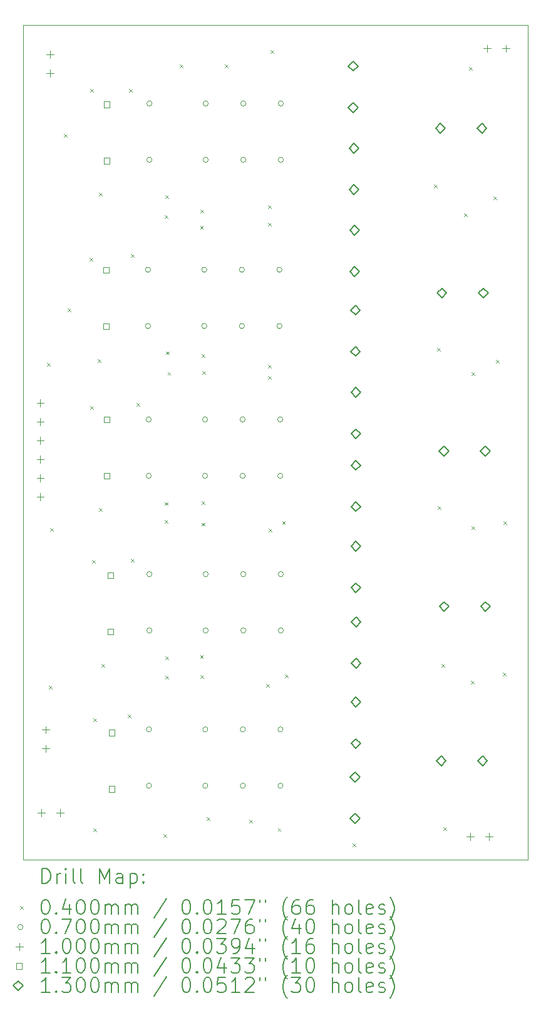
<source format=gbr>
%FSLAX45Y45*%
G04 Gerber Fmt 4.5, Leading zero omitted, Abs format (unit mm)*
G04 Created by KiCad (PCBNEW (6.0.2)) date 2022-11-12 12:22:01*
%MOMM*%
%LPD*%
G01*
G04 APERTURE LIST*
%TA.AperFunction,Profile*%
%ADD10C,0.100000*%
%TD*%
%ADD11C,0.200000*%
%ADD12C,0.040000*%
%ADD13C,0.070000*%
%ADD14C,0.100000*%
%ADD15C,0.110000*%
%ADD16C,0.130000*%
G04 APERTURE END LIST*
D10*
X7910000Y-4000000D02*
X14730000Y-4000000D01*
X14730000Y-4000000D02*
X14730000Y-15300000D01*
X14730000Y-15300000D02*
X7910000Y-15300000D01*
X7910000Y-15300000D02*
X7910000Y-4000000D01*
D11*
D12*
X8232900Y-8574400D02*
X8272900Y-8614400D01*
X8272900Y-8574400D02*
X8232900Y-8614400D01*
X8258300Y-12943200D02*
X8298300Y-12983200D01*
X8298300Y-12943200D02*
X8258300Y-12983200D01*
X8271000Y-10809600D02*
X8311000Y-10849600D01*
X8311000Y-10809600D02*
X8271000Y-10849600D01*
X8461500Y-5475600D02*
X8501500Y-5515600D01*
X8501500Y-5475600D02*
X8461500Y-5515600D01*
X8512300Y-7837800D02*
X8552300Y-7877800D01*
X8552300Y-7837800D02*
X8512300Y-7877800D01*
X8804400Y-7152000D02*
X8844400Y-7192000D01*
X8844400Y-7152000D02*
X8804400Y-7192000D01*
X8817100Y-4866000D02*
X8857100Y-4906000D01*
X8857100Y-4866000D02*
X8817100Y-4906000D01*
X8817100Y-9158600D02*
X8857100Y-9198600D01*
X8857100Y-9158600D02*
X8817100Y-9198600D01*
X8842500Y-11241400D02*
X8882500Y-11281400D01*
X8882500Y-11241400D02*
X8842500Y-11281400D01*
X8855200Y-13387700D02*
X8895200Y-13427700D01*
X8895200Y-13387700D02*
X8855200Y-13427700D01*
X8855200Y-14873600D02*
X8895200Y-14913600D01*
X8895200Y-14873600D02*
X8855200Y-14913600D01*
X8918700Y-8523600D02*
X8958700Y-8563600D01*
X8958700Y-8523600D02*
X8918700Y-8563600D01*
X8931400Y-6275700D02*
X8971400Y-6315700D01*
X8971400Y-6275700D02*
X8931400Y-6315700D01*
X8931400Y-10542900D02*
X8971400Y-10582900D01*
X8971400Y-10542900D02*
X8931400Y-10582900D01*
X8969500Y-12651100D02*
X9009500Y-12691100D01*
X9009500Y-12651100D02*
X8969500Y-12691100D01*
X9325100Y-13336900D02*
X9365100Y-13376900D01*
X9365100Y-13336900D02*
X9325100Y-13376900D01*
X9337800Y-4866000D02*
X9377800Y-4906000D01*
X9377800Y-4866000D02*
X9337800Y-4906000D01*
X9363200Y-7101200D02*
X9403200Y-7141200D01*
X9403200Y-7101200D02*
X9363200Y-7141200D01*
X9363200Y-11228700D02*
X9403200Y-11268700D01*
X9403200Y-11228700D02*
X9363200Y-11268700D01*
X9439400Y-9120500D02*
X9479400Y-9160500D01*
X9479400Y-9120500D02*
X9439400Y-9160500D01*
X9807700Y-14949800D02*
X9847700Y-14989800D01*
X9847700Y-14949800D02*
X9807700Y-14989800D01*
X9820000Y-6580000D02*
X9860000Y-6620000D01*
X9860000Y-6580000D02*
X9820000Y-6620000D01*
X9820000Y-10460000D02*
X9860000Y-10500000D01*
X9860000Y-10460000D02*
X9820000Y-10500000D01*
X9820000Y-10700000D02*
X9860000Y-10740000D01*
X9860000Y-10700000D02*
X9820000Y-10740000D01*
X9830000Y-6310000D02*
X9870000Y-6350000D01*
X9870000Y-6310000D02*
X9830000Y-6350000D01*
X9830000Y-12550000D02*
X9870000Y-12590000D01*
X9870000Y-12550000D02*
X9830000Y-12590000D01*
X9830000Y-12810000D02*
X9870000Y-12850000D01*
X9870000Y-12810000D02*
X9830000Y-12850000D01*
X9840000Y-8420000D02*
X9880000Y-8460000D01*
X9880000Y-8420000D02*
X9840000Y-8460000D01*
X9860000Y-8700000D02*
X9900000Y-8740000D01*
X9900000Y-8700000D02*
X9860000Y-8740000D01*
X10023600Y-4535800D02*
X10063600Y-4575800D01*
X10063600Y-4535800D02*
X10023600Y-4575800D01*
X10300000Y-6720000D02*
X10340000Y-6760000D01*
X10340000Y-6720000D02*
X10300000Y-6760000D01*
X10300000Y-12530000D02*
X10340000Y-12570000D01*
X10340000Y-12530000D02*
X10300000Y-12570000D01*
X10303000Y-6504300D02*
X10343000Y-6544300D01*
X10343000Y-6504300D02*
X10303000Y-6544300D01*
X10303000Y-12803500D02*
X10343000Y-12843500D01*
X10343000Y-12803500D02*
X10303000Y-12843500D01*
X10320000Y-8460000D02*
X10360000Y-8500000D01*
X10360000Y-8460000D02*
X10320000Y-8500000D01*
X10320000Y-10450000D02*
X10360000Y-10490000D01*
X10360000Y-10450000D02*
X10320000Y-10490000D01*
X10320000Y-10740000D02*
X10360000Y-10780000D01*
X10360000Y-10740000D02*
X10320000Y-10780000D01*
X10328400Y-8688700D02*
X10368400Y-8728700D01*
X10368400Y-8688700D02*
X10328400Y-8728700D01*
X10391900Y-14721200D02*
X10431900Y-14761200D01*
X10431900Y-14721200D02*
X10391900Y-14761200D01*
X10633200Y-4535800D02*
X10673200Y-4575800D01*
X10673200Y-4535800D02*
X10633200Y-4575800D01*
X10963400Y-14759300D02*
X11003400Y-14799300D01*
X11003400Y-14759300D02*
X10963400Y-14799300D01*
X11192000Y-12917800D02*
X11232000Y-12957800D01*
X11232000Y-12917800D02*
X11192000Y-12957800D01*
X11217400Y-6440800D02*
X11257400Y-6480800D01*
X11257400Y-6440800D02*
X11217400Y-6480800D01*
X11217400Y-6682100D02*
X11257400Y-6722100D01*
X11257400Y-6682100D02*
X11217400Y-6722100D01*
X11217400Y-8599800D02*
X11257400Y-8639800D01*
X11257400Y-8599800D02*
X11217400Y-8639800D01*
X11217400Y-8752200D02*
X11257400Y-8792200D01*
X11257400Y-8752200D02*
X11217400Y-8792200D01*
X11230100Y-10822300D02*
X11270100Y-10862300D01*
X11270100Y-10822300D02*
X11230100Y-10862300D01*
X11255500Y-4345300D02*
X11295500Y-4385300D01*
X11295500Y-4345300D02*
X11255500Y-4385300D01*
X11350000Y-14870000D02*
X11390000Y-14910000D01*
X11390000Y-14870000D02*
X11350000Y-14910000D01*
X11410000Y-10720000D02*
X11450000Y-10760000D01*
X11450000Y-10720000D02*
X11410000Y-10760000D01*
X11450000Y-12790000D02*
X11490000Y-12830000D01*
X11490000Y-12790000D02*
X11450000Y-12830000D01*
X12360400Y-15076800D02*
X12400400Y-15116800D01*
X12400400Y-15076800D02*
X12360400Y-15116800D01*
X13465300Y-6161400D02*
X13505300Y-6201400D01*
X13505300Y-6161400D02*
X13465300Y-6201400D01*
X13503400Y-8371200D02*
X13543400Y-8411200D01*
X13543400Y-8371200D02*
X13503400Y-8411200D01*
X13516100Y-10517500D02*
X13556100Y-10557500D01*
X13556100Y-10517500D02*
X13516100Y-10557500D01*
X13566900Y-12651100D02*
X13606900Y-12691100D01*
X13606900Y-12651100D02*
X13566900Y-12691100D01*
X13592300Y-14860900D02*
X13632300Y-14900900D01*
X13632300Y-14860900D02*
X13592300Y-14900900D01*
X13871700Y-6555100D02*
X13911700Y-6595100D01*
X13911700Y-6555100D02*
X13871700Y-6595100D01*
X13935200Y-4573900D02*
X13975200Y-4613900D01*
X13975200Y-4573900D02*
X13935200Y-4613900D01*
X13960600Y-12879700D02*
X14000600Y-12919700D01*
X14000600Y-12879700D02*
X13960600Y-12919700D01*
X13973300Y-8701400D02*
X14013300Y-8741400D01*
X14013300Y-8701400D02*
X13973300Y-8741400D01*
X13973300Y-10784200D02*
X14013300Y-10824200D01*
X14013300Y-10784200D02*
X13973300Y-10824200D01*
X14265400Y-6326500D02*
X14305400Y-6366500D01*
X14305400Y-6326500D02*
X14265400Y-6366500D01*
X14303500Y-8536300D02*
X14343500Y-8576300D01*
X14343500Y-8536300D02*
X14303500Y-8576300D01*
X14392400Y-12765400D02*
X14432400Y-12805400D01*
X14432400Y-12765400D02*
X14392400Y-12805400D01*
X14405100Y-10720700D02*
X14445100Y-10760700D01*
X14445100Y-10720700D02*
X14405100Y-10760700D01*
D13*
X9629250Y-7314250D02*
G75*
G03*
X9629250Y-7314250I-35000J0D01*
G01*
X9629250Y-8076250D02*
G75*
G03*
X9629250Y-8076250I-35000J0D01*
G01*
X9641250Y-9340000D02*
G75*
G03*
X9641250Y-9340000I-35000J0D01*
G01*
X9641250Y-10102000D02*
G75*
G03*
X9641250Y-10102000I-35000J0D01*
G01*
X9643000Y-13534250D02*
G75*
G03*
X9643000Y-13534250I-35000J0D01*
G01*
X9643000Y-14296250D02*
G75*
G03*
X9643000Y-14296250I-35000J0D01*
G01*
X9649250Y-5064250D02*
G75*
G03*
X9649250Y-5064250I-35000J0D01*
G01*
X9649250Y-5826250D02*
G75*
G03*
X9649250Y-5826250I-35000J0D01*
G01*
X9649250Y-11434250D02*
G75*
G03*
X9649250Y-11434250I-35000J0D01*
G01*
X9649250Y-12196250D02*
G75*
G03*
X9649250Y-12196250I-35000J0D01*
G01*
X10391250Y-7314250D02*
G75*
G03*
X10391250Y-7314250I-35000J0D01*
G01*
X10391250Y-8076250D02*
G75*
G03*
X10391250Y-8076250I-35000J0D01*
G01*
X10403250Y-9340000D02*
G75*
G03*
X10403250Y-9340000I-35000J0D01*
G01*
X10403250Y-10102000D02*
G75*
G03*
X10403250Y-10102000I-35000J0D01*
G01*
X10405000Y-13534250D02*
G75*
G03*
X10405000Y-13534250I-35000J0D01*
G01*
X10405000Y-14296250D02*
G75*
G03*
X10405000Y-14296250I-35000J0D01*
G01*
X10411250Y-5064250D02*
G75*
G03*
X10411250Y-5064250I-35000J0D01*
G01*
X10411250Y-5826250D02*
G75*
G03*
X10411250Y-5826250I-35000J0D01*
G01*
X10411250Y-11434250D02*
G75*
G03*
X10411250Y-11434250I-35000J0D01*
G01*
X10411250Y-12196250D02*
G75*
G03*
X10411250Y-12196250I-35000J0D01*
G01*
X10899250Y-7314250D02*
G75*
G03*
X10899250Y-7314250I-35000J0D01*
G01*
X10899250Y-8076250D02*
G75*
G03*
X10899250Y-8076250I-35000J0D01*
G01*
X10911250Y-9340000D02*
G75*
G03*
X10911250Y-9340000I-35000J0D01*
G01*
X10911250Y-10102000D02*
G75*
G03*
X10911250Y-10102000I-35000J0D01*
G01*
X10913000Y-13534250D02*
G75*
G03*
X10913000Y-13534250I-35000J0D01*
G01*
X10913000Y-14296250D02*
G75*
G03*
X10913000Y-14296250I-35000J0D01*
G01*
X10919250Y-5064250D02*
G75*
G03*
X10919250Y-5064250I-35000J0D01*
G01*
X10919250Y-5826250D02*
G75*
G03*
X10919250Y-5826250I-35000J0D01*
G01*
X10919250Y-11434250D02*
G75*
G03*
X10919250Y-11434250I-35000J0D01*
G01*
X10919250Y-12196250D02*
G75*
G03*
X10919250Y-12196250I-35000J0D01*
G01*
X11407250Y-7314250D02*
G75*
G03*
X11407250Y-7314250I-35000J0D01*
G01*
X11407250Y-8076250D02*
G75*
G03*
X11407250Y-8076250I-35000J0D01*
G01*
X11419250Y-9340000D02*
G75*
G03*
X11419250Y-9340000I-35000J0D01*
G01*
X11419250Y-10102000D02*
G75*
G03*
X11419250Y-10102000I-35000J0D01*
G01*
X11421000Y-13534250D02*
G75*
G03*
X11421000Y-13534250I-35000J0D01*
G01*
X11421000Y-14296250D02*
G75*
G03*
X11421000Y-14296250I-35000J0D01*
G01*
X11427250Y-5064250D02*
G75*
G03*
X11427250Y-5064250I-35000J0D01*
G01*
X11427250Y-5826250D02*
G75*
G03*
X11427250Y-5826250I-35000J0D01*
G01*
X11427250Y-11434250D02*
G75*
G03*
X11427250Y-11434250I-35000J0D01*
G01*
X11427250Y-12196250D02*
G75*
G03*
X11427250Y-12196250I-35000J0D01*
G01*
D14*
X8140000Y-9068000D02*
X8140000Y-9168000D01*
X8090000Y-9118000D02*
X8190000Y-9118000D01*
X8140000Y-9322000D02*
X8140000Y-9422000D01*
X8090000Y-9372000D02*
X8190000Y-9372000D01*
X8140000Y-9576000D02*
X8140000Y-9676000D01*
X8090000Y-9626000D02*
X8190000Y-9626000D01*
X8140000Y-9830000D02*
X8140000Y-9930000D01*
X8090000Y-9880000D02*
X8190000Y-9880000D01*
X8140000Y-10084000D02*
X8140000Y-10184000D01*
X8090000Y-10134000D02*
X8190000Y-10134000D01*
X8140000Y-10338000D02*
X8140000Y-10438000D01*
X8090000Y-10388000D02*
X8190000Y-10388000D01*
X8152500Y-14610000D02*
X8152500Y-14710000D01*
X8102500Y-14660000D02*
X8202500Y-14660000D01*
X8210000Y-13490000D02*
X8210000Y-13590000D01*
X8160000Y-13540000D02*
X8260000Y-13540000D01*
X8210000Y-13744000D02*
X8210000Y-13844000D01*
X8160000Y-13794000D02*
X8260000Y-13794000D01*
X8270000Y-4352500D02*
X8270000Y-4452500D01*
X8220000Y-4402500D02*
X8320000Y-4402500D01*
X8270000Y-4606500D02*
X8270000Y-4706500D01*
X8220000Y-4656500D02*
X8320000Y-4656500D01*
X8406500Y-14610000D02*
X8406500Y-14710000D01*
X8356500Y-14660000D02*
X8456500Y-14660000D01*
X13955200Y-14932500D02*
X13955200Y-15032500D01*
X13905200Y-14982500D02*
X14005200Y-14982500D01*
X14180000Y-4270000D02*
X14180000Y-4370000D01*
X14130000Y-4320000D02*
X14230000Y-4320000D01*
X14209200Y-14932500D02*
X14209200Y-15032500D01*
X14159200Y-14982500D02*
X14259200Y-14982500D01*
X14434000Y-4270000D02*
X14434000Y-4370000D01*
X14384000Y-4320000D02*
X14484000Y-4320000D01*
D15*
X9068891Y-7357891D02*
X9068891Y-7280109D01*
X8991109Y-7280109D01*
X8991109Y-7357891D01*
X9068891Y-7357891D01*
X9068891Y-8119891D02*
X9068891Y-8042109D01*
X8991109Y-8042109D01*
X8991109Y-8119891D01*
X9068891Y-8119891D01*
X9075141Y-9377891D02*
X9075141Y-9300109D01*
X8997359Y-9300109D01*
X8997359Y-9377891D01*
X9075141Y-9377891D01*
X9075141Y-10139891D02*
X9075141Y-10062109D01*
X8997359Y-10062109D01*
X8997359Y-10139891D01*
X9075141Y-10139891D01*
X9078891Y-5117891D02*
X9078891Y-5040109D01*
X9001109Y-5040109D01*
X9001109Y-5117891D01*
X9078891Y-5117891D01*
X9078891Y-5879891D02*
X9078891Y-5802109D01*
X9001109Y-5802109D01*
X9001109Y-5879891D01*
X9078891Y-5879891D01*
X9128891Y-11487891D02*
X9128891Y-11410109D01*
X9051109Y-11410109D01*
X9051109Y-11487891D01*
X9128891Y-11487891D01*
X9128891Y-12249891D02*
X9128891Y-12172109D01*
X9051109Y-12172109D01*
X9051109Y-12249891D01*
X9128891Y-12249891D01*
X9142641Y-13617891D02*
X9142641Y-13540109D01*
X9064859Y-13540109D01*
X9064859Y-13617891D01*
X9142641Y-13617891D01*
X9142641Y-14379891D02*
X9142641Y-14302109D01*
X9064859Y-14302109D01*
X9064859Y-14379891D01*
X9142641Y-14379891D01*
D16*
X12370000Y-4625000D02*
X12435000Y-4560000D01*
X12370000Y-4495000D01*
X12305000Y-4560000D01*
X12370000Y-4625000D01*
X12370000Y-5185000D02*
X12435000Y-5120000D01*
X12370000Y-5055000D01*
X12305000Y-5120000D01*
X12370000Y-5185000D01*
X12380000Y-5735000D02*
X12445000Y-5670000D01*
X12380000Y-5605000D01*
X12315000Y-5670000D01*
X12380000Y-5735000D01*
X12380000Y-6295000D02*
X12445000Y-6230000D01*
X12380000Y-6165000D01*
X12315000Y-6230000D01*
X12380000Y-6295000D01*
X12390000Y-6845000D02*
X12455000Y-6780000D01*
X12390000Y-6715000D01*
X12325000Y-6780000D01*
X12390000Y-6845000D01*
X12390000Y-7405000D02*
X12455000Y-7340000D01*
X12390000Y-7275000D01*
X12325000Y-7340000D01*
X12390000Y-7405000D01*
X12393750Y-14245000D02*
X12458750Y-14180000D01*
X12393750Y-14115000D01*
X12328750Y-14180000D01*
X12393750Y-14245000D01*
X12393750Y-14805000D02*
X12458750Y-14740000D01*
X12393750Y-14675000D01*
X12328750Y-14740000D01*
X12393750Y-14805000D01*
X12400000Y-7925000D02*
X12465000Y-7860000D01*
X12400000Y-7795000D01*
X12335000Y-7860000D01*
X12400000Y-7925000D01*
X12400000Y-8485000D02*
X12465000Y-8420000D01*
X12400000Y-8355000D01*
X12335000Y-8420000D01*
X12400000Y-8485000D01*
X12405800Y-9039200D02*
X12470800Y-8974200D01*
X12405800Y-8909200D01*
X12340800Y-8974200D01*
X12405800Y-9039200D01*
X12405800Y-9599200D02*
X12470800Y-9534200D01*
X12405800Y-9469200D01*
X12340800Y-9534200D01*
X12405800Y-9599200D01*
X12405800Y-11122000D02*
X12470800Y-11057000D01*
X12405800Y-10992000D01*
X12340800Y-11057000D01*
X12405800Y-11122000D01*
X12405800Y-11682000D02*
X12470800Y-11617000D01*
X12405800Y-11552000D01*
X12340800Y-11617000D01*
X12405800Y-11682000D01*
X12405800Y-13230200D02*
X12470800Y-13165200D01*
X12405800Y-13100200D01*
X12340800Y-13165200D01*
X12405800Y-13230200D01*
X12405800Y-13790200D02*
X12470800Y-13725200D01*
X12405800Y-13660200D01*
X12340800Y-13725200D01*
X12405800Y-13790200D01*
X12406250Y-10025000D02*
X12471250Y-9960000D01*
X12406250Y-9895000D01*
X12341250Y-9960000D01*
X12406250Y-10025000D01*
X12406250Y-10585000D02*
X12471250Y-10520000D01*
X12406250Y-10455000D01*
X12341250Y-10520000D01*
X12406250Y-10585000D01*
X12410000Y-12145000D02*
X12475000Y-12080000D01*
X12410000Y-12015000D01*
X12345000Y-12080000D01*
X12410000Y-12145000D01*
X12410000Y-12705000D02*
X12475000Y-12640000D01*
X12410000Y-12575000D01*
X12345000Y-12640000D01*
X12410000Y-12705000D01*
X13550000Y-5465000D02*
X13615000Y-5400000D01*
X13550000Y-5335000D01*
X13485000Y-5400000D01*
X13550000Y-5465000D01*
X13560000Y-14025000D02*
X13625000Y-13960000D01*
X13560000Y-13895000D01*
X13495000Y-13960000D01*
X13560000Y-14025000D01*
X13570000Y-7695000D02*
X13635000Y-7630000D01*
X13570000Y-7565000D01*
X13505000Y-7630000D01*
X13570000Y-7695000D01*
X13596250Y-9835000D02*
X13661250Y-9770000D01*
X13596250Y-9705000D01*
X13531250Y-9770000D01*
X13596250Y-9835000D01*
X13600000Y-11935000D02*
X13665000Y-11870000D01*
X13600000Y-11805000D01*
X13535000Y-11870000D01*
X13600000Y-11935000D01*
X14110000Y-5465000D02*
X14175000Y-5400000D01*
X14110000Y-5335000D01*
X14045000Y-5400000D01*
X14110000Y-5465000D01*
X14120000Y-14025000D02*
X14185000Y-13960000D01*
X14120000Y-13895000D01*
X14055000Y-13960000D01*
X14120000Y-14025000D01*
X14130000Y-7695000D02*
X14195000Y-7630000D01*
X14130000Y-7565000D01*
X14065000Y-7630000D01*
X14130000Y-7695000D01*
X14156250Y-9835000D02*
X14221250Y-9770000D01*
X14156250Y-9705000D01*
X14091250Y-9770000D01*
X14156250Y-9835000D01*
X14160000Y-11935000D02*
X14225000Y-11870000D01*
X14160000Y-11805000D01*
X14095000Y-11870000D01*
X14160000Y-11935000D01*
D11*
X8162619Y-15615476D02*
X8162619Y-15415476D01*
X8210238Y-15415476D01*
X8238809Y-15425000D01*
X8257857Y-15444048D01*
X8267381Y-15463095D01*
X8276905Y-15501190D01*
X8276905Y-15529762D01*
X8267381Y-15567857D01*
X8257857Y-15586905D01*
X8238809Y-15605952D01*
X8210238Y-15615476D01*
X8162619Y-15615476D01*
X8362619Y-15615476D02*
X8362619Y-15482143D01*
X8362619Y-15520238D02*
X8372143Y-15501190D01*
X8381667Y-15491667D01*
X8400714Y-15482143D01*
X8419762Y-15482143D01*
X8486429Y-15615476D02*
X8486429Y-15482143D01*
X8486429Y-15415476D02*
X8476905Y-15425000D01*
X8486429Y-15434524D01*
X8495952Y-15425000D01*
X8486429Y-15415476D01*
X8486429Y-15434524D01*
X8610238Y-15615476D02*
X8591190Y-15605952D01*
X8581667Y-15586905D01*
X8581667Y-15415476D01*
X8715000Y-15615476D02*
X8695952Y-15605952D01*
X8686429Y-15586905D01*
X8686429Y-15415476D01*
X8943571Y-15615476D02*
X8943571Y-15415476D01*
X9010238Y-15558333D01*
X9076905Y-15415476D01*
X9076905Y-15615476D01*
X9257857Y-15615476D02*
X9257857Y-15510714D01*
X9248333Y-15491667D01*
X9229286Y-15482143D01*
X9191190Y-15482143D01*
X9172143Y-15491667D01*
X9257857Y-15605952D02*
X9238810Y-15615476D01*
X9191190Y-15615476D01*
X9172143Y-15605952D01*
X9162619Y-15586905D01*
X9162619Y-15567857D01*
X9172143Y-15548809D01*
X9191190Y-15539286D01*
X9238810Y-15539286D01*
X9257857Y-15529762D01*
X9353095Y-15482143D02*
X9353095Y-15682143D01*
X9353095Y-15491667D02*
X9372143Y-15482143D01*
X9410238Y-15482143D01*
X9429286Y-15491667D01*
X9438810Y-15501190D01*
X9448333Y-15520238D01*
X9448333Y-15577381D01*
X9438810Y-15596428D01*
X9429286Y-15605952D01*
X9410238Y-15615476D01*
X9372143Y-15615476D01*
X9353095Y-15605952D01*
X9534048Y-15596428D02*
X9543571Y-15605952D01*
X9534048Y-15615476D01*
X9524524Y-15605952D01*
X9534048Y-15596428D01*
X9534048Y-15615476D01*
X9534048Y-15491667D02*
X9543571Y-15501190D01*
X9534048Y-15510714D01*
X9524524Y-15501190D01*
X9534048Y-15491667D01*
X9534048Y-15510714D01*
D12*
X7865000Y-15925000D02*
X7905000Y-15965000D01*
X7905000Y-15925000D02*
X7865000Y-15965000D01*
D11*
X8200714Y-15835476D02*
X8219762Y-15835476D01*
X8238809Y-15845000D01*
X8248333Y-15854524D01*
X8257857Y-15873571D01*
X8267381Y-15911667D01*
X8267381Y-15959286D01*
X8257857Y-15997381D01*
X8248333Y-16016428D01*
X8238809Y-16025952D01*
X8219762Y-16035476D01*
X8200714Y-16035476D01*
X8181667Y-16025952D01*
X8172143Y-16016428D01*
X8162619Y-15997381D01*
X8153095Y-15959286D01*
X8153095Y-15911667D01*
X8162619Y-15873571D01*
X8172143Y-15854524D01*
X8181667Y-15845000D01*
X8200714Y-15835476D01*
X8353095Y-16016428D02*
X8362619Y-16025952D01*
X8353095Y-16035476D01*
X8343571Y-16025952D01*
X8353095Y-16016428D01*
X8353095Y-16035476D01*
X8534048Y-15902143D02*
X8534048Y-16035476D01*
X8486429Y-15825952D02*
X8438810Y-15968809D01*
X8562619Y-15968809D01*
X8676905Y-15835476D02*
X8695952Y-15835476D01*
X8715000Y-15845000D01*
X8724524Y-15854524D01*
X8734048Y-15873571D01*
X8743571Y-15911667D01*
X8743571Y-15959286D01*
X8734048Y-15997381D01*
X8724524Y-16016428D01*
X8715000Y-16025952D01*
X8695952Y-16035476D01*
X8676905Y-16035476D01*
X8657857Y-16025952D01*
X8648333Y-16016428D01*
X8638810Y-15997381D01*
X8629286Y-15959286D01*
X8629286Y-15911667D01*
X8638810Y-15873571D01*
X8648333Y-15854524D01*
X8657857Y-15845000D01*
X8676905Y-15835476D01*
X8867381Y-15835476D02*
X8886429Y-15835476D01*
X8905476Y-15845000D01*
X8915000Y-15854524D01*
X8924524Y-15873571D01*
X8934048Y-15911667D01*
X8934048Y-15959286D01*
X8924524Y-15997381D01*
X8915000Y-16016428D01*
X8905476Y-16025952D01*
X8886429Y-16035476D01*
X8867381Y-16035476D01*
X8848333Y-16025952D01*
X8838810Y-16016428D01*
X8829286Y-15997381D01*
X8819762Y-15959286D01*
X8819762Y-15911667D01*
X8829286Y-15873571D01*
X8838810Y-15854524D01*
X8848333Y-15845000D01*
X8867381Y-15835476D01*
X9019762Y-16035476D02*
X9019762Y-15902143D01*
X9019762Y-15921190D02*
X9029286Y-15911667D01*
X9048333Y-15902143D01*
X9076905Y-15902143D01*
X9095952Y-15911667D01*
X9105476Y-15930714D01*
X9105476Y-16035476D01*
X9105476Y-15930714D02*
X9115000Y-15911667D01*
X9134048Y-15902143D01*
X9162619Y-15902143D01*
X9181667Y-15911667D01*
X9191190Y-15930714D01*
X9191190Y-16035476D01*
X9286429Y-16035476D02*
X9286429Y-15902143D01*
X9286429Y-15921190D02*
X9295952Y-15911667D01*
X9315000Y-15902143D01*
X9343571Y-15902143D01*
X9362619Y-15911667D01*
X9372143Y-15930714D01*
X9372143Y-16035476D01*
X9372143Y-15930714D02*
X9381667Y-15911667D01*
X9400714Y-15902143D01*
X9429286Y-15902143D01*
X9448333Y-15911667D01*
X9457857Y-15930714D01*
X9457857Y-16035476D01*
X9848333Y-15825952D02*
X9676905Y-16083095D01*
X10105476Y-15835476D02*
X10124524Y-15835476D01*
X10143571Y-15845000D01*
X10153095Y-15854524D01*
X10162619Y-15873571D01*
X10172143Y-15911667D01*
X10172143Y-15959286D01*
X10162619Y-15997381D01*
X10153095Y-16016428D01*
X10143571Y-16025952D01*
X10124524Y-16035476D01*
X10105476Y-16035476D01*
X10086429Y-16025952D01*
X10076905Y-16016428D01*
X10067381Y-15997381D01*
X10057857Y-15959286D01*
X10057857Y-15911667D01*
X10067381Y-15873571D01*
X10076905Y-15854524D01*
X10086429Y-15845000D01*
X10105476Y-15835476D01*
X10257857Y-16016428D02*
X10267381Y-16025952D01*
X10257857Y-16035476D01*
X10248333Y-16025952D01*
X10257857Y-16016428D01*
X10257857Y-16035476D01*
X10391190Y-15835476D02*
X10410238Y-15835476D01*
X10429286Y-15845000D01*
X10438810Y-15854524D01*
X10448333Y-15873571D01*
X10457857Y-15911667D01*
X10457857Y-15959286D01*
X10448333Y-15997381D01*
X10438810Y-16016428D01*
X10429286Y-16025952D01*
X10410238Y-16035476D01*
X10391190Y-16035476D01*
X10372143Y-16025952D01*
X10362619Y-16016428D01*
X10353095Y-15997381D01*
X10343571Y-15959286D01*
X10343571Y-15911667D01*
X10353095Y-15873571D01*
X10362619Y-15854524D01*
X10372143Y-15845000D01*
X10391190Y-15835476D01*
X10648333Y-16035476D02*
X10534048Y-16035476D01*
X10591190Y-16035476D02*
X10591190Y-15835476D01*
X10572143Y-15864048D01*
X10553095Y-15883095D01*
X10534048Y-15892619D01*
X10829286Y-15835476D02*
X10734048Y-15835476D01*
X10724524Y-15930714D01*
X10734048Y-15921190D01*
X10753095Y-15911667D01*
X10800714Y-15911667D01*
X10819762Y-15921190D01*
X10829286Y-15930714D01*
X10838810Y-15949762D01*
X10838810Y-15997381D01*
X10829286Y-16016428D01*
X10819762Y-16025952D01*
X10800714Y-16035476D01*
X10753095Y-16035476D01*
X10734048Y-16025952D01*
X10724524Y-16016428D01*
X10905476Y-15835476D02*
X11038810Y-15835476D01*
X10953095Y-16035476D01*
X11105476Y-15835476D02*
X11105476Y-15873571D01*
X11181667Y-15835476D02*
X11181667Y-15873571D01*
X11476905Y-16111667D02*
X11467381Y-16102143D01*
X11448333Y-16073571D01*
X11438809Y-16054524D01*
X11429286Y-16025952D01*
X11419762Y-15978333D01*
X11419762Y-15940238D01*
X11429286Y-15892619D01*
X11438809Y-15864048D01*
X11448333Y-15845000D01*
X11467381Y-15816428D01*
X11476905Y-15806905D01*
X11638809Y-15835476D02*
X11600714Y-15835476D01*
X11581667Y-15845000D01*
X11572143Y-15854524D01*
X11553095Y-15883095D01*
X11543571Y-15921190D01*
X11543571Y-15997381D01*
X11553095Y-16016428D01*
X11562619Y-16025952D01*
X11581667Y-16035476D01*
X11619762Y-16035476D01*
X11638809Y-16025952D01*
X11648333Y-16016428D01*
X11657857Y-15997381D01*
X11657857Y-15949762D01*
X11648333Y-15930714D01*
X11638809Y-15921190D01*
X11619762Y-15911667D01*
X11581667Y-15911667D01*
X11562619Y-15921190D01*
X11553095Y-15930714D01*
X11543571Y-15949762D01*
X11829286Y-15835476D02*
X11791190Y-15835476D01*
X11772143Y-15845000D01*
X11762619Y-15854524D01*
X11743571Y-15883095D01*
X11734048Y-15921190D01*
X11734048Y-15997381D01*
X11743571Y-16016428D01*
X11753095Y-16025952D01*
X11772143Y-16035476D01*
X11810238Y-16035476D01*
X11829286Y-16025952D01*
X11838809Y-16016428D01*
X11848333Y-15997381D01*
X11848333Y-15949762D01*
X11838809Y-15930714D01*
X11829286Y-15921190D01*
X11810238Y-15911667D01*
X11772143Y-15911667D01*
X11753095Y-15921190D01*
X11743571Y-15930714D01*
X11734048Y-15949762D01*
X12086428Y-16035476D02*
X12086428Y-15835476D01*
X12172143Y-16035476D02*
X12172143Y-15930714D01*
X12162619Y-15911667D01*
X12143571Y-15902143D01*
X12115000Y-15902143D01*
X12095952Y-15911667D01*
X12086428Y-15921190D01*
X12295952Y-16035476D02*
X12276905Y-16025952D01*
X12267381Y-16016428D01*
X12257857Y-15997381D01*
X12257857Y-15940238D01*
X12267381Y-15921190D01*
X12276905Y-15911667D01*
X12295952Y-15902143D01*
X12324524Y-15902143D01*
X12343571Y-15911667D01*
X12353095Y-15921190D01*
X12362619Y-15940238D01*
X12362619Y-15997381D01*
X12353095Y-16016428D01*
X12343571Y-16025952D01*
X12324524Y-16035476D01*
X12295952Y-16035476D01*
X12476905Y-16035476D02*
X12457857Y-16025952D01*
X12448333Y-16006905D01*
X12448333Y-15835476D01*
X12629286Y-16025952D02*
X12610238Y-16035476D01*
X12572143Y-16035476D01*
X12553095Y-16025952D01*
X12543571Y-16006905D01*
X12543571Y-15930714D01*
X12553095Y-15911667D01*
X12572143Y-15902143D01*
X12610238Y-15902143D01*
X12629286Y-15911667D01*
X12638809Y-15930714D01*
X12638809Y-15949762D01*
X12543571Y-15968809D01*
X12715000Y-16025952D02*
X12734048Y-16035476D01*
X12772143Y-16035476D01*
X12791190Y-16025952D01*
X12800714Y-16006905D01*
X12800714Y-15997381D01*
X12791190Y-15978333D01*
X12772143Y-15968809D01*
X12743571Y-15968809D01*
X12724524Y-15959286D01*
X12715000Y-15940238D01*
X12715000Y-15930714D01*
X12724524Y-15911667D01*
X12743571Y-15902143D01*
X12772143Y-15902143D01*
X12791190Y-15911667D01*
X12867381Y-16111667D02*
X12876905Y-16102143D01*
X12895952Y-16073571D01*
X12905476Y-16054524D01*
X12915000Y-16025952D01*
X12924524Y-15978333D01*
X12924524Y-15940238D01*
X12915000Y-15892619D01*
X12905476Y-15864048D01*
X12895952Y-15845000D01*
X12876905Y-15816428D01*
X12867381Y-15806905D01*
D13*
X7905000Y-16209000D02*
G75*
G03*
X7905000Y-16209000I-35000J0D01*
G01*
D11*
X8200714Y-16099476D02*
X8219762Y-16099476D01*
X8238809Y-16109000D01*
X8248333Y-16118524D01*
X8257857Y-16137571D01*
X8267381Y-16175667D01*
X8267381Y-16223286D01*
X8257857Y-16261381D01*
X8248333Y-16280428D01*
X8238809Y-16289952D01*
X8219762Y-16299476D01*
X8200714Y-16299476D01*
X8181667Y-16289952D01*
X8172143Y-16280428D01*
X8162619Y-16261381D01*
X8153095Y-16223286D01*
X8153095Y-16175667D01*
X8162619Y-16137571D01*
X8172143Y-16118524D01*
X8181667Y-16109000D01*
X8200714Y-16099476D01*
X8353095Y-16280428D02*
X8362619Y-16289952D01*
X8353095Y-16299476D01*
X8343571Y-16289952D01*
X8353095Y-16280428D01*
X8353095Y-16299476D01*
X8429286Y-16099476D02*
X8562619Y-16099476D01*
X8476905Y-16299476D01*
X8676905Y-16099476D02*
X8695952Y-16099476D01*
X8715000Y-16109000D01*
X8724524Y-16118524D01*
X8734048Y-16137571D01*
X8743571Y-16175667D01*
X8743571Y-16223286D01*
X8734048Y-16261381D01*
X8724524Y-16280428D01*
X8715000Y-16289952D01*
X8695952Y-16299476D01*
X8676905Y-16299476D01*
X8657857Y-16289952D01*
X8648333Y-16280428D01*
X8638810Y-16261381D01*
X8629286Y-16223286D01*
X8629286Y-16175667D01*
X8638810Y-16137571D01*
X8648333Y-16118524D01*
X8657857Y-16109000D01*
X8676905Y-16099476D01*
X8867381Y-16099476D02*
X8886429Y-16099476D01*
X8905476Y-16109000D01*
X8915000Y-16118524D01*
X8924524Y-16137571D01*
X8934048Y-16175667D01*
X8934048Y-16223286D01*
X8924524Y-16261381D01*
X8915000Y-16280428D01*
X8905476Y-16289952D01*
X8886429Y-16299476D01*
X8867381Y-16299476D01*
X8848333Y-16289952D01*
X8838810Y-16280428D01*
X8829286Y-16261381D01*
X8819762Y-16223286D01*
X8819762Y-16175667D01*
X8829286Y-16137571D01*
X8838810Y-16118524D01*
X8848333Y-16109000D01*
X8867381Y-16099476D01*
X9019762Y-16299476D02*
X9019762Y-16166143D01*
X9019762Y-16185190D02*
X9029286Y-16175667D01*
X9048333Y-16166143D01*
X9076905Y-16166143D01*
X9095952Y-16175667D01*
X9105476Y-16194714D01*
X9105476Y-16299476D01*
X9105476Y-16194714D02*
X9115000Y-16175667D01*
X9134048Y-16166143D01*
X9162619Y-16166143D01*
X9181667Y-16175667D01*
X9191190Y-16194714D01*
X9191190Y-16299476D01*
X9286429Y-16299476D02*
X9286429Y-16166143D01*
X9286429Y-16185190D02*
X9295952Y-16175667D01*
X9315000Y-16166143D01*
X9343571Y-16166143D01*
X9362619Y-16175667D01*
X9372143Y-16194714D01*
X9372143Y-16299476D01*
X9372143Y-16194714D02*
X9381667Y-16175667D01*
X9400714Y-16166143D01*
X9429286Y-16166143D01*
X9448333Y-16175667D01*
X9457857Y-16194714D01*
X9457857Y-16299476D01*
X9848333Y-16089952D02*
X9676905Y-16347095D01*
X10105476Y-16099476D02*
X10124524Y-16099476D01*
X10143571Y-16109000D01*
X10153095Y-16118524D01*
X10162619Y-16137571D01*
X10172143Y-16175667D01*
X10172143Y-16223286D01*
X10162619Y-16261381D01*
X10153095Y-16280428D01*
X10143571Y-16289952D01*
X10124524Y-16299476D01*
X10105476Y-16299476D01*
X10086429Y-16289952D01*
X10076905Y-16280428D01*
X10067381Y-16261381D01*
X10057857Y-16223286D01*
X10057857Y-16175667D01*
X10067381Y-16137571D01*
X10076905Y-16118524D01*
X10086429Y-16109000D01*
X10105476Y-16099476D01*
X10257857Y-16280428D02*
X10267381Y-16289952D01*
X10257857Y-16299476D01*
X10248333Y-16289952D01*
X10257857Y-16280428D01*
X10257857Y-16299476D01*
X10391190Y-16099476D02*
X10410238Y-16099476D01*
X10429286Y-16109000D01*
X10438810Y-16118524D01*
X10448333Y-16137571D01*
X10457857Y-16175667D01*
X10457857Y-16223286D01*
X10448333Y-16261381D01*
X10438810Y-16280428D01*
X10429286Y-16289952D01*
X10410238Y-16299476D01*
X10391190Y-16299476D01*
X10372143Y-16289952D01*
X10362619Y-16280428D01*
X10353095Y-16261381D01*
X10343571Y-16223286D01*
X10343571Y-16175667D01*
X10353095Y-16137571D01*
X10362619Y-16118524D01*
X10372143Y-16109000D01*
X10391190Y-16099476D01*
X10534048Y-16118524D02*
X10543571Y-16109000D01*
X10562619Y-16099476D01*
X10610238Y-16099476D01*
X10629286Y-16109000D01*
X10638810Y-16118524D01*
X10648333Y-16137571D01*
X10648333Y-16156619D01*
X10638810Y-16185190D01*
X10524524Y-16299476D01*
X10648333Y-16299476D01*
X10715000Y-16099476D02*
X10848333Y-16099476D01*
X10762619Y-16299476D01*
X11010238Y-16099476D02*
X10972143Y-16099476D01*
X10953095Y-16109000D01*
X10943571Y-16118524D01*
X10924524Y-16147095D01*
X10915000Y-16185190D01*
X10915000Y-16261381D01*
X10924524Y-16280428D01*
X10934048Y-16289952D01*
X10953095Y-16299476D01*
X10991190Y-16299476D01*
X11010238Y-16289952D01*
X11019762Y-16280428D01*
X11029286Y-16261381D01*
X11029286Y-16213762D01*
X11019762Y-16194714D01*
X11010238Y-16185190D01*
X10991190Y-16175667D01*
X10953095Y-16175667D01*
X10934048Y-16185190D01*
X10924524Y-16194714D01*
X10915000Y-16213762D01*
X11105476Y-16099476D02*
X11105476Y-16137571D01*
X11181667Y-16099476D02*
X11181667Y-16137571D01*
X11476905Y-16375667D02*
X11467381Y-16366143D01*
X11448333Y-16337571D01*
X11438809Y-16318524D01*
X11429286Y-16289952D01*
X11419762Y-16242333D01*
X11419762Y-16204238D01*
X11429286Y-16156619D01*
X11438809Y-16128048D01*
X11448333Y-16109000D01*
X11467381Y-16080428D01*
X11476905Y-16070905D01*
X11638809Y-16166143D02*
X11638809Y-16299476D01*
X11591190Y-16089952D02*
X11543571Y-16232809D01*
X11667381Y-16232809D01*
X11781667Y-16099476D02*
X11800714Y-16099476D01*
X11819762Y-16109000D01*
X11829286Y-16118524D01*
X11838809Y-16137571D01*
X11848333Y-16175667D01*
X11848333Y-16223286D01*
X11838809Y-16261381D01*
X11829286Y-16280428D01*
X11819762Y-16289952D01*
X11800714Y-16299476D01*
X11781667Y-16299476D01*
X11762619Y-16289952D01*
X11753095Y-16280428D01*
X11743571Y-16261381D01*
X11734048Y-16223286D01*
X11734048Y-16175667D01*
X11743571Y-16137571D01*
X11753095Y-16118524D01*
X11762619Y-16109000D01*
X11781667Y-16099476D01*
X12086428Y-16299476D02*
X12086428Y-16099476D01*
X12172143Y-16299476D02*
X12172143Y-16194714D01*
X12162619Y-16175667D01*
X12143571Y-16166143D01*
X12115000Y-16166143D01*
X12095952Y-16175667D01*
X12086428Y-16185190D01*
X12295952Y-16299476D02*
X12276905Y-16289952D01*
X12267381Y-16280428D01*
X12257857Y-16261381D01*
X12257857Y-16204238D01*
X12267381Y-16185190D01*
X12276905Y-16175667D01*
X12295952Y-16166143D01*
X12324524Y-16166143D01*
X12343571Y-16175667D01*
X12353095Y-16185190D01*
X12362619Y-16204238D01*
X12362619Y-16261381D01*
X12353095Y-16280428D01*
X12343571Y-16289952D01*
X12324524Y-16299476D01*
X12295952Y-16299476D01*
X12476905Y-16299476D02*
X12457857Y-16289952D01*
X12448333Y-16270905D01*
X12448333Y-16099476D01*
X12629286Y-16289952D02*
X12610238Y-16299476D01*
X12572143Y-16299476D01*
X12553095Y-16289952D01*
X12543571Y-16270905D01*
X12543571Y-16194714D01*
X12553095Y-16175667D01*
X12572143Y-16166143D01*
X12610238Y-16166143D01*
X12629286Y-16175667D01*
X12638809Y-16194714D01*
X12638809Y-16213762D01*
X12543571Y-16232809D01*
X12715000Y-16289952D02*
X12734048Y-16299476D01*
X12772143Y-16299476D01*
X12791190Y-16289952D01*
X12800714Y-16270905D01*
X12800714Y-16261381D01*
X12791190Y-16242333D01*
X12772143Y-16232809D01*
X12743571Y-16232809D01*
X12724524Y-16223286D01*
X12715000Y-16204238D01*
X12715000Y-16194714D01*
X12724524Y-16175667D01*
X12743571Y-16166143D01*
X12772143Y-16166143D01*
X12791190Y-16175667D01*
X12867381Y-16375667D02*
X12876905Y-16366143D01*
X12895952Y-16337571D01*
X12905476Y-16318524D01*
X12915000Y-16289952D01*
X12924524Y-16242333D01*
X12924524Y-16204238D01*
X12915000Y-16156619D01*
X12905476Y-16128048D01*
X12895952Y-16109000D01*
X12876905Y-16080428D01*
X12867381Y-16070905D01*
D14*
X7855000Y-16423000D02*
X7855000Y-16523000D01*
X7805000Y-16473000D02*
X7905000Y-16473000D01*
D11*
X8267381Y-16563476D02*
X8153095Y-16563476D01*
X8210238Y-16563476D02*
X8210238Y-16363476D01*
X8191190Y-16392048D01*
X8172143Y-16411095D01*
X8153095Y-16420619D01*
X8353095Y-16544428D02*
X8362619Y-16553952D01*
X8353095Y-16563476D01*
X8343571Y-16553952D01*
X8353095Y-16544428D01*
X8353095Y-16563476D01*
X8486429Y-16363476D02*
X8505476Y-16363476D01*
X8524524Y-16373000D01*
X8534048Y-16382524D01*
X8543571Y-16401571D01*
X8553095Y-16439667D01*
X8553095Y-16487286D01*
X8543571Y-16525381D01*
X8534048Y-16544428D01*
X8524524Y-16553952D01*
X8505476Y-16563476D01*
X8486429Y-16563476D01*
X8467381Y-16553952D01*
X8457857Y-16544428D01*
X8448333Y-16525381D01*
X8438810Y-16487286D01*
X8438810Y-16439667D01*
X8448333Y-16401571D01*
X8457857Y-16382524D01*
X8467381Y-16373000D01*
X8486429Y-16363476D01*
X8676905Y-16363476D02*
X8695952Y-16363476D01*
X8715000Y-16373000D01*
X8724524Y-16382524D01*
X8734048Y-16401571D01*
X8743571Y-16439667D01*
X8743571Y-16487286D01*
X8734048Y-16525381D01*
X8724524Y-16544428D01*
X8715000Y-16553952D01*
X8695952Y-16563476D01*
X8676905Y-16563476D01*
X8657857Y-16553952D01*
X8648333Y-16544428D01*
X8638810Y-16525381D01*
X8629286Y-16487286D01*
X8629286Y-16439667D01*
X8638810Y-16401571D01*
X8648333Y-16382524D01*
X8657857Y-16373000D01*
X8676905Y-16363476D01*
X8867381Y-16363476D02*
X8886429Y-16363476D01*
X8905476Y-16373000D01*
X8915000Y-16382524D01*
X8924524Y-16401571D01*
X8934048Y-16439667D01*
X8934048Y-16487286D01*
X8924524Y-16525381D01*
X8915000Y-16544428D01*
X8905476Y-16553952D01*
X8886429Y-16563476D01*
X8867381Y-16563476D01*
X8848333Y-16553952D01*
X8838810Y-16544428D01*
X8829286Y-16525381D01*
X8819762Y-16487286D01*
X8819762Y-16439667D01*
X8829286Y-16401571D01*
X8838810Y-16382524D01*
X8848333Y-16373000D01*
X8867381Y-16363476D01*
X9019762Y-16563476D02*
X9019762Y-16430143D01*
X9019762Y-16449190D02*
X9029286Y-16439667D01*
X9048333Y-16430143D01*
X9076905Y-16430143D01*
X9095952Y-16439667D01*
X9105476Y-16458714D01*
X9105476Y-16563476D01*
X9105476Y-16458714D02*
X9115000Y-16439667D01*
X9134048Y-16430143D01*
X9162619Y-16430143D01*
X9181667Y-16439667D01*
X9191190Y-16458714D01*
X9191190Y-16563476D01*
X9286429Y-16563476D02*
X9286429Y-16430143D01*
X9286429Y-16449190D02*
X9295952Y-16439667D01*
X9315000Y-16430143D01*
X9343571Y-16430143D01*
X9362619Y-16439667D01*
X9372143Y-16458714D01*
X9372143Y-16563476D01*
X9372143Y-16458714D02*
X9381667Y-16439667D01*
X9400714Y-16430143D01*
X9429286Y-16430143D01*
X9448333Y-16439667D01*
X9457857Y-16458714D01*
X9457857Y-16563476D01*
X9848333Y-16353952D02*
X9676905Y-16611095D01*
X10105476Y-16363476D02*
X10124524Y-16363476D01*
X10143571Y-16373000D01*
X10153095Y-16382524D01*
X10162619Y-16401571D01*
X10172143Y-16439667D01*
X10172143Y-16487286D01*
X10162619Y-16525381D01*
X10153095Y-16544428D01*
X10143571Y-16553952D01*
X10124524Y-16563476D01*
X10105476Y-16563476D01*
X10086429Y-16553952D01*
X10076905Y-16544428D01*
X10067381Y-16525381D01*
X10057857Y-16487286D01*
X10057857Y-16439667D01*
X10067381Y-16401571D01*
X10076905Y-16382524D01*
X10086429Y-16373000D01*
X10105476Y-16363476D01*
X10257857Y-16544428D02*
X10267381Y-16553952D01*
X10257857Y-16563476D01*
X10248333Y-16553952D01*
X10257857Y-16544428D01*
X10257857Y-16563476D01*
X10391190Y-16363476D02*
X10410238Y-16363476D01*
X10429286Y-16373000D01*
X10438810Y-16382524D01*
X10448333Y-16401571D01*
X10457857Y-16439667D01*
X10457857Y-16487286D01*
X10448333Y-16525381D01*
X10438810Y-16544428D01*
X10429286Y-16553952D01*
X10410238Y-16563476D01*
X10391190Y-16563476D01*
X10372143Y-16553952D01*
X10362619Y-16544428D01*
X10353095Y-16525381D01*
X10343571Y-16487286D01*
X10343571Y-16439667D01*
X10353095Y-16401571D01*
X10362619Y-16382524D01*
X10372143Y-16373000D01*
X10391190Y-16363476D01*
X10524524Y-16363476D02*
X10648333Y-16363476D01*
X10581667Y-16439667D01*
X10610238Y-16439667D01*
X10629286Y-16449190D01*
X10638810Y-16458714D01*
X10648333Y-16477762D01*
X10648333Y-16525381D01*
X10638810Y-16544428D01*
X10629286Y-16553952D01*
X10610238Y-16563476D01*
X10553095Y-16563476D01*
X10534048Y-16553952D01*
X10524524Y-16544428D01*
X10743571Y-16563476D02*
X10781667Y-16563476D01*
X10800714Y-16553952D01*
X10810238Y-16544428D01*
X10829286Y-16515857D01*
X10838810Y-16477762D01*
X10838810Y-16401571D01*
X10829286Y-16382524D01*
X10819762Y-16373000D01*
X10800714Y-16363476D01*
X10762619Y-16363476D01*
X10743571Y-16373000D01*
X10734048Y-16382524D01*
X10724524Y-16401571D01*
X10724524Y-16449190D01*
X10734048Y-16468238D01*
X10743571Y-16477762D01*
X10762619Y-16487286D01*
X10800714Y-16487286D01*
X10819762Y-16477762D01*
X10829286Y-16468238D01*
X10838810Y-16449190D01*
X11010238Y-16430143D02*
X11010238Y-16563476D01*
X10962619Y-16353952D02*
X10915000Y-16496809D01*
X11038810Y-16496809D01*
X11105476Y-16363476D02*
X11105476Y-16401571D01*
X11181667Y-16363476D02*
X11181667Y-16401571D01*
X11476905Y-16639667D02*
X11467381Y-16630143D01*
X11448333Y-16601571D01*
X11438809Y-16582524D01*
X11429286Y-16553952D01*
X11419762Y-16506333D01*
X11419762Y-16468238D01*
X11429286Y-16420619D01*
X11438809Y-16392048D01*
X11448333Y-16373000D01*
X11467381Y-16344428D01*
X11476905Y-16334905D01*
X11657857Y-16563476D02*
X11543571Y-16563476D01*
X11600714Y-16563476D02*
X11600714Y-16363476D01*
X11581667Y-16392048D01*
X11562619Y-16411095D01*
X11543571Y-16420619D01*
X11829286Y-16363476D02*
X11791190Y-16363476D01*
X11772143Y-16373000D01*
X11762619Y-16382524D01*
X11743571Y-16411095D01*
X11734048Y-16449190D01*
X11734048Y-16525381D01*
X11743571Y-16544428D01*
X11753095Y-16553952D01*
X11772143Y-16563476D01*
X11810238Y-16563476D01*
X11829286Y-16553952D01*
X11838809Y-16544428D01*
X11848333Y-16525381D01*
X11848333Y-16477762D01*
X11838809Y-16458714D01*
X11829286Y-16449190D01*
X11810238Y-16439667D01*
X11772143Y-16439667D01*
X11753095Y-16449190D01*
X11743571Y-16458714D01*
X11734048Y-16477762D01*
X12086428Y-16563476D02*
X12086428Y-16363476D01*
X12172143Y-16563476D02*
X12172143Y-16458714D01*
X12162619Y-16439667D01*
X12143571Y-16430143D01*
X12115000Y-16430143D01*
X12095952Y-16439667D01*
X12086428Y-16449190D01*
X12295952Y-16563476D02*
X12276905Y-16553952D01*
X12267381Y-16544428D01*
X12257857Y-16525381D01*
X12257857Y-16468238D01*
X12267381Y-16449190D01*
X12276905Y-16439667D01*
X12295952Y-16430143D01*
X12324524Y-16430143D01*
X12343571Y-16439667D01*
X12353095Y-16449190D01*
X12362619Y-16468238D01*
X12362619Y-16525381D01*
X12353095Y-16544428D01*
X12343571Y-16553952D01*
X12324524Y-16563476D01*
X12295952Y-16563476D01*
X12476905Y-16563476D02*
X12457857Y-16553952D01*
X12448333Y-16534905D01*
X12448333Y-16363476D01*
X12629286Y-16553952D02*
X12610238Y-16563476D01*
X12572143Y-16563476D01*
X12553095Y-16553952D01*
X12543571Y-16534905D01*
X12543571Y-16458714D01*
X12553095Y-16439667D01*
X12572143Y-16430143D01*
X12610238Y-16430143D01*
X12629286Y-16439667D01*
X12638809Y-16458714D01*
X12638809Y-16477762D01*
X12543571Y-16496809D01*
X12715000Y-16553952D02*
X12734048Y-16563476D01*
X12772143Y-16563476D01*
X12791190Y-16553952D01*
X12800714Y-16534905D01*
X12800714Y-16525381D01*
X12791190Y-16506333D01*
X12772143Y-16496809D01*
X12743571Y-16496809D01*
X12724524Y-16487286D01*
X12715000Y-16468238D01*
X12715000Y-16458714D01*
X12724524Y-16439667D01*
X12743571Y-16430143D01*
X12772143Y-16430143D01*
X12791190Y-16439667D01*
X12867381Y-16639667D02*
X12876905Y-16630143D01*
X12895952Y-16601571D01*
X12905476Y-16582524D01*
X12915000Y-16553952D01*
X12924524Y-16506333D01*
X12924524Y-16468238D01*
X12915000Y-16420619D01*
X12905476Y-16392048D01*
X12895952Y-16373000D01*
X12876905Y-16344428D01*
X12867381Y-16334905D01*
D15*
X7888891Y-16775891D02*
X7888891Y-16698109D01*
X7811109Y-16698109D01*
X7811109Y-16775891D01*
X7888891Y-16775891D01*
D11*
X8267381Y-16827476D02*
X8153095Y-16827476D01*
X8210238Y-16827476D02*
X8210238Y-16627476D01*
X8191190Y-16656048D01*
X8172143Y-16675095D01*
X8153095Y-16684619D01*
X8353095Y-16808429D02*
X8362619Y-16817952D01*
X8353095Y-16827476D01*
X8343571Y-16817952D01*
X8353095Y-16808429D01*
X8353095Y-16827476D01*
X8553095Y-16827476D02*
X8438810Y-16827476D01*
X8495952Y-16827476D02*
X8495952Y-16627476D01*
X8476905Y-16656048D01*
X8457857Y-16675095D01*
X8438810Y-16684619D01*
X8676905Y-16627476D02*
X8695952Y-16627476D01*
X8715000Y-16637000D01*
X8724524Y-16646524D01*
X8734048Y-16665571D01*
X8743571Y-16703667D01*
X8743571Y-16751286D01*
X8734048Y-16789381D01*
X8724524Y-16808429D01*
X8715000Y-16817952D01*
X8695952Y-16827476D01*
X8676905Y-16827476D01*
X8657857Y-16817952D01*
X8648333Y-16808429D01*
X8638810Y-16789381D01*
X8629286Y-16751286D01*
X8629286Y-16703667D01*
X8638810Y-16665571D01*
X8648333Y-16646524D01*
X8657857Y-16637000D01*
X8676905Y-16627476D01*
X8867381Y-16627476D02*
X8886429Y-16627476D01*
X8905476Y-16637000D01*
X8915000Y-16646524D01*
X8924524Y-16665571D01*
X8934048Y-16703667D01*
X8934048Y-16751286D01*
X8924524Y-16789381D01*
X8915000Y-16808429D01*
X8905476Y-16817952D01*
X8886429Y-16827476D01*
X8867381Y-16827476D01*
X8848333Y-16817952D01*
X8838810Y-16808429D01*
X8829286Y-16789381D01*
X8819762Y-16751286D01*
X8819762Y-16703667D01*
X8829286Y-16665571D01*
X8838810Y-16646524D01*
X8848333Y-16637000D01*
X8867381Y-16627476D01*
X9019762Y-16827476D02*
X9019762Y-16694143D01*
X9019762Y-16713190D02*
X9029286Y-16703667D01*
X9048333Y-16694143D01*
X9076905Y-16694143D01*
X9095952Y-16703667D01*
X9105476Y-16722714D01*
X9105476Y-16827476D01*
X9105476Y-16722714D02*
X9115000Y-16703667D01*
X9134048Y-16694143D01*
X9162619Y-16694143D01*
X9181667Y-16703667D01*
X9191190Y-16722714D01*
X9191190Y-16827476D01*
X9286429Y-16827476D02*
X9286429Y-16694143D01*
X9286429Y-16713190D02*
X9295952Y-16703667D01*
X9315000Y-16694143D01*
X9343571Y-16694143D01*
X9362619Y-16703667D01*
X9372143Y-16722714D01*
X9372143Y-16827476D01*
X9372143Y-16722714D02*
X9381667Y-16703667D01*
X9400714Y-16694143D01*
X9429286Y-16694143D01*
X9448333Y-16703667D01*
X9457857Y-16722714D01*
X9457857Y-16827476D01*
X9848333Y-16617952D02*
X9676905Y-16875095D01*
X10105476Y-16627476D02*
X10124524Y-16627476D01*
X10143571Y-16637000D01*
X10153095Y-16646524D01*
X10162619Y-16665571D01*
X10172143Y-16703667D01*
X10172143Y-16751286D01*
X10162619Y-16789381D01*
X10153095Y-16808429D01*
X10143571Y-16817952D01*
X10124524Y-16827476D01*
X10105476Y-16827476D01*
X10086429Y-16817952D01*
X10076905Y-16808429D01*
X10067381Y-16789381D01*
X10057857Y-16751286D01*
X10057857Y-16703667D01*
X10067381Y-16665571D01*
X10076905Y-16646524D01*
X10086429Y-16637000D01*
X10105476Y-16627476D01*
X10257857Y-16808429D02*
X10267381Y-16817952D01*
X10257857Y-16827476D01*
X10248333Y-16817952D01*
X10257857Y-16808429D01*
X10257857Y-16827476D01*
X10391190Y-16627476D02*
X10410238Y-16627476D01*
X10429286Y-16637000D01*
X10438810Y-16646524D01*
X10448333Y-16665571D01*
X10457857Y-16703667D01*
X10457857Y-16751286D01*
X10448333Y-16789381D01*
X10438810Y-16808429D01*
X10429286Y-16817952D01*
X10410238Y-16827476D01*
X10391190Y-16827476D01*
X10372143Y-16817952D01*
X10362619Y-16808429D01*
X10353095Y-16789381D01*
X10343571Y-16751286D01*
X10343571Y-16703667D01*
X10353095Y-16665571D01*
X10362619Y-16646524D01*
X10372143Y-16637000D01*
X10391190Y-16627476D01*
X10629286Y-16694143D02*
X10629286Y-16827476D01*
X10581667Y-16617952D02*
X10534048Y-16760809D01*
X10657857Y-16760809D01*
X10715000Y-16627476D02*
X10838810Y-16627476D01*
X10772143Y-16703667D01*
X10800714Y-16703667D01*
X10819762Y-16713190D01*
X10829286Y-16722714D01*
X10838810Y-16741762D01*
X10838810Y-16789381D01*
X10829286Y-16808429D01*
X10819762Y-16817952D01*
X10800714Y-16827476D01*
X10743571Y-16827476D01*
X10724524Y-16817952D01*
X10715000Y-16808429D01*
X10905476Y-16627476D02*
X11029286Y-16627476D01*
X10962619Y-16703667D01*
X10991190Y-16703667D01*
X11010238Y-16713190D01*
X11019762Y-16722714D01*
X11029286Y-16741762D01*
X11029286Y-16789381D01*
X11019762Y-16808429D01*
X11010238Y-16817952D01*
X10991190Y-16827476D01*
X10934048Y-16827476D01*
X10915000Y-16817952D01*
X10905476Y-16808429D01*
X11105476Y-16627476D02*
X11105476Y-16665571D01*
X11181667Y-16627476D02*
X11181667Y-16665571D01*
X11476905Y-16903667D02*
X11467381Y-16894143D01*
X11448333Y-16865571D01*
X11438809Y-16846524D01*
X11429286Y-16817952D01*
X11419762Y-16770333D01*
X11419762Y-16732238D01*
X11429286Y-16684619D01*
X11438809Y-16656048D01*
X11448333Y-16637000D01*
X11467381Y-16608428D01*
X11476905Y-16598905D01*
X11657857Y-16827476D02*
X11543571Y-16827476D01*
X11600714Y-16827476D02*
X11600714Y-16627476D01*
X11581667Y-16656048D01*
X11562619Y-16675095D01*
X11543571Y-16684619D01*
X11781667Y-16627476D02*
X11800714Y-16627476D01*
X11819762Y-16637000D01*
X11829286Y-16646524D01*
X11838809Y-16665571D01*
X11848333Y-16703667D01*
X11848333Y-16751286D01*
X11838809Y-16789381D01*
X11829286Y-16808429D01*
X11819762Y-16817952D01*
X11800714Y-16827476D01*
X11781667Y-16827476D01*
X11762619Y-16817952D01*
X11753095Y-16808429D01*
X11743571Y-16789381D01*
X11734048Y-16751286D01*
X11734048Y-16703667D01*
X11743571Y-16665571D01*
X11753095Y-16646524D01*
X11762619Y-16637000D01*
X11781667Y-16627476D01*
X12086428Y-16827476D02*
X12086428Y-16627476D01*
X12172143Y-16827476D02*
X12172143Y-16722714D01*
X12162619Y-16703667D01*
X12143571Y-16694143D01*
X12115000Y-16694143D01*
X12095952Y-16703667D01*
X12086428Y-16713190D01*
X12295952Y-16827476D02*
X12276905Y-16817952D01*
X12267381Y-16808429D01*
X12257857Y-16789381D01*
X12257857Y-16732238D01*
X12267381Y-16713190D01*
X12276905Y-16703667D01*
X12295952Y-16694143D01*
X12324524Y-16694143D01*
X12343571Y-16703667D01*
X12353095Y-16713190D01*
X12362619Y-16732238D01*
X12362619Y-16789381D01*
X12353095Y-16808429D01*
X12343571Y-16817952D01*
X12324524Y-16827476D01*
X12295952Y-16827476D01*
X12476905Y-16827476D02*
X12457857Y-16817952D01*
X12448333Y-16798905D01*
X12448333Y-16627476D01*
X12629286Y-16817952D02*
X12610238Y-16827476D01*
X12572143Y-16827476D01*
X12553095Y-16817952D01*
X12543571Y-16798905D01*
X12543571Y-16722714D01*
X12553095Y-16703667D01*
X12572143Y-16694143D01*
X12610238Y-16694143D01*
X12629286Y-16703667D01*
X12638809Y-16722714D01*
X12638809Y-16741762D01*
X12543571Y-16760809D01*
X12715000Y-16817952D02*
X12734048Y-16827476D01*
X12772143Y-16827476D01*
X12791190Y-16817952D01*
X12800714Y-16798905D01*
X12800714Y-16789381D01*
X12791190Y-16770333D01*
X12772143Y-16760809D01*
X12743571Y-16760809D01*
X12724524Y-16751286D01*
X12715000Y-16732238D01*
X12715000Y-16722714D01*
X12724524Y-16703667D01*
X12743571Y-16694143D01*
X12772143Y-16694143D01*
X12791190Y-16703667D01*
X12867381Y-16903667D02*
X12876905Y-16894143D01*
X12895952Y-16865571D01*
X12905476Y-16846524D01*
X12915000Y-16817952D01*
X12924524Y-16770333D01*
X12924524Y-16732238D01*
X12915000Y-16684619D01*
X12905476Y-16656048D01*
X12895952Y-16637000D01*
X12876905Y-16608428D01*
X12867381Y-16598905D01*
D16*
X7840000Y-17066000D02*
X7905000Y-17001000D01*
X7840000Y-16936000D01*
X7775000Y-17001000D01*
X7840000Y-17066000D01*
D11*
X8267381Y-17091476D02*
X8153095Y-17091476D01*
X8210238Y-17091476D02*
X8210238Y-16891476D01*
X8191190Y-16920048D01*
X8172143Y-16939095D01*
X8153095Y-16948619D01*
X8353095Y-17072429D02*
X8362619Y-17081952D01*
X8353095Y-17091476D01*
X8343571Y-17081952D01*
X8353095Y-17072429D01*
X8353095Y-17091476D01*
X8429286Y-16891476D02*
X8553095Y-16891476D01*
X8486429Y-16967667D01*
X8515000Y-16967667D01*
X8534048Y-16977190D01*
X8543571Y-16986714D01*
X8553095Y-17005762D01*
X8553095Y-17053381D01*
X8543571Y-17072429D01*
X8534048Y-17081952D01*
X8515000Y-17091476D01*
X8457857Y-17091476D01*
X8438810Y-17081952D01*
X8429286Y-17072429D01*
X8676905Y-16891476D02*
X8695952Y-16891476D01*
X8715000Y-16901000D01*
X8724524Y-16910524D01*
X8734048Y-16929571D01*
X8743571Y-16967667D01*
X8743571Y-17015286D01*
X8734048Y-17053381D01*
X8724524Y-17072429D01*
X8715000Y-17081952D01*
X8695952Y-17091476D01*
X8676905Y-17091476D01*
X8657857Y-17081952D01*
X8648333Y-17072429D01*
X8638810Y-17053381D01*
X8629286Y-17015286D01*
X8629286Y-16967667D01*
X8638810Y-16929571D01*
X8648333Y-16910524D01*
X8657857Y-16901000D01*
X8676905Y-16891476D01*
X8867381Y-16891476D02*
X8886429Y-16891476D01*
X8905476Y-16901000D01*
X8915000Y-16910524D01*
X8924524Y-16929571D01*
X8934048Y-16967667D01*
X8934048Y-17015286D01*
X8924524Y-17053381D01*
X8915000Y-17072429D01*
X8905476Y-17081952D01*
X8886429Y-17091476D01*
X8867381Y-17091476D01*
X8848333Y-17081952D01*
X8838810Y-17072429D01*
X8829286Y-17053381D01*
X8819762Y-17015286D01*
X8819762Y-16967667D01*
X8829286Y-16929571D01*
X8838810Y-16910524D01*
X8848333Y-16901000D01*
X8867381Y-16891476D01*
X9019762Y-17091476D02*
X9019762Y-16958143D01*
X9019762Y-16977190D02*
X9029286Y-16967667D01*
X9048333Y-16958143D01*
X9076905Y-16958143D01*
X9095952Y-16967667D01*
X9105476Y-16986714D01*
X9105476Y-17091476D01*
X9105476Y-16986714D02*
X9115000Y-16967667D01*
X9134048Y-16958143D01*
X9162619Y-16958143D01*
X9181667Y-16967667D01*
X9191190Y-16986714D01*
X9191190Y-17091476D01*
X9286429Y-17091476D02*
X9286429Y-16958143D01*
X9286429Y-16977190D02*
X9295952Y-16967667D01*
X9315000Y-16958143D01*
X9343571Y-16958143D01*
X9362619Y-16967667D01*
X9372143Y-16986714D01*
X9372143Y-17091476D01*
X9372143Y-16986714D02*
X9381667Y-16967667D01*
X9400714Y-16958143D01*
X9429286Y-16958143D01*
X9448333Y-16967667D01*
X9457857Y-16986714D01*
X9457857Y-17091476D01*
X9848333Y-16881952D02*
X9676905Y-17139095D01*
X10105476Y-16891476D02*
X10124524Y-16891476D01*
X10143571Y-16901000D01*
X10153095Y-16910524D01*
X10162619Y-16929571D01*
X10172143Y-16967667D01*
X10172143Y-17015286D01*
X10162619Y-17053381D01*
X10153095Y-17072429D01*
X10143571Y-17081952D01*
X10124524Y-17091476D01*
X10105476Y-17091476D01*
X10086429Y-17081952D01*
X10076905Y-17072429D01*
X10067381Y-17053381D01*
X10057857Y-17015286D01*
X10057857Y-16967667D01*
X10067381Y-16929571D01*
X10076905Y-16910524D01*
X10086429Y-16901000D01*
X10105476Y-16891476D01*
X10257857Y-17072429D02*
X10267381Y-17081952D01*
X10257857Y-17091476D01*
X10248333Y-17081952D01*
X10257857Y-17072429D01*
X10257857Y-17091476D01*
X10391190Y-16891476D02*
X10410238Y-16891476D01*
X10429286Y-16901000D01*
X10438810Y-16910524D01*
X10448333Y-16929571D01*
X10457857Y-16967667D01*
X10457857Y-17015286D01*
X10448333Y-17053381D01*
X10438810Y-17072429D01*
X10429286Y-17081952D01*
X10410238Y-17091476D01*
X10391190Y-17091476D01*
X10372143Y-17081952D01*
X10362619Y-17072429D01*
X10353095Y-17053381D01*
X10343571Y-17015286D01*
X10343571Y-16967667D01*
X10353095Y-16929571D01*
X10362619Y-16910524D01*
X10372143Y-16901000D01*
X10391190Y-16891476D01*
X10638810Y-16891476D02*
X10543571Y-16891476D01*
X10534048Y-16986714D01*
X10543571Y-16977190D01*
X10562619Y-16967667D01*
X10610238Y-16967667D01*
X10629286Y-16977190D01*
X10638810Y-16986714D01*
X10648333Y-17005762D01*
X10648333Y-17053381D01*
X10638810Y-17072429D01*
X10629286Y-17081952D01*
X10610238Y-17091476D01*
X10562619Y-17091476D01*
X10543571Y-17081952D01*
X10534048Y-17072429D01*
X10838810Y-17091476D02*
X10724524Y-17091476D01*
X10781667Y-17091476D02*
X10781667Y-16891476D01*
X10762619Y-16920048D01*
X10743571Y-16939095D01*
X10724524Y-16948619D01*
X10915000Y-16910524D02*
X10924524Y-16901000D01*
X10943571Y-16891476D01*
X10991190Y-16891476D01*
X11010238Y-16901000D01*
X11019762Y-16910524D01*
X11029286Y-16929571D01*
X11029286Y-16948619D01*
X11019762Y-16977190D01*
X10905476Y-17091476D01*
X11029286Y-17091476D01*
X11105476Y-16891476D02*
X11105476Y-16929571D01*
X11181667Y-16891476D02*
X11181667Y-16929571D01*
X11476905Y-17167667D02*
X11467381Y-17158143D01*
X11448333Y-17129571D01*
X11438809Y-17110524D01*
X11429286Y-17081952D01*
X11419762Y-17034333D01*
X11419762Y-16996238D01*
X11429286Y-16948619D01*
X11438809Y-16920048D01*
X11448333Y-16901000D01*
X11467381Y-16872429D01*
X11476905Y-16862905D01*
X11534048Y-16891476D02*
X11657857Y-16891476D01*
X11591190Y-16967667D01*
X11619762Y-16967667D01*
X11638809Y-16977190D01*
X11648333Y-16986714D01*
X11657857Y-17005762D01*
X11657857Y-17053381D01*
X11648333Y-17072429D01*
X11638809Y-17081952D01*
X11619762Y-17091476D01*
X11562619Y-17091476D01*
X11543571Y-17081952D01*
X11534048Y-17072429D01*
X11781667Y-16891476D02*
X11800714Y-16891476D01*
X11819762Y-16901000D01*
X11829286Y-16910524D01*
X11838809Y-16929571D01*
X11848333Y-16967667D01*
X11848333Y-17015286D01*
X11838809Y-17053381D01*
X11829286Y-17072429D01*
X11819762Y-17081952D01*
X11800714Y-17091476D01*
X11781667Y-17091476D01*
X11762619Y-17081952D01*
X11753095Y-17072429D01*
X11743571Y-17053381D01*
X11734048Y-17015286D01*
X11734048Y-16967667D01*
X11743571Y-16929571D01*
X11753095Y-16910524D01*
X11762619Y-16901000D01*
X11781667Y-16891476D01*
X12086428Y-17091476D02*
X12086428Y-16891476D01*
X12172143Y-17091476D02*
X12172143Y-16986714D01*
X12162619Y-16967667D01*
X12143571Y-16958143D01*
X12115000Y-16958143D01*
X12095952Y-16967667D01*
X12086428Y-16977190D01*
X12295952Y-17091476D02*
X12276905Y-17081952D01*
X12267381Y-17072429D01*
X12257857Y-17053381D01*
X12257857Y-16996238D01*
X12267381Y-16977190D01*
X12276905Y-16967667D01*
X12295952Y-16958143D01*
X12324524Y-16958143D01*
X12343571Y-16967667D01*
X12353095Y-16977190D01*
X12362619Y-16996238D01*
X12362619Y-17053381D01*
X12353095Y-17072429D01*
X12343571Y-17081952D01*
X12324524Y-17091476D01*
X12295952Y-17091476D01*
X12476905Y-17091476D02*
X12457857Y-17081952D01*
X12448333Y-17062905D01*
X12448333Y-16891476D01*
X12629286Y-17081952D02*
X12610238Y-17091476D01*
X12572143Y-17091476D01*
X12553095Y-17081952D01*
X12543571Y-17062905D01*
X12543571Y-16986714D01*
X12553095Y-16967667D01*
X12572143Y-16958143D01*
X12610238Y-16958143D01*
X12629286Y-16967667D01*
X12638809Y-16986714D01*
X12638809Y-17005762D01*
X12543571Y-17024810D01*
X12715000Y-17081952D02*
X12734048Y-17091476D01*
X12772143Y-17091476D01*
X12791190Y-17081952D01*
X12800714Y-17062905D01*
X12800714Y-17053381D01*
X12791190Y-17034333D01*
X12772143Y-17024810D01*
X12743571Y-17024810D01*
X12724524Y-17015286D01*
X12715000Y-16996238D01*
X12715000Y-16986714D01*
X12724524Y-16967667D01*
X12743571Y-16958143D01*
X12772143Y-16958143D01*
X12791190Y-16967667D01*
X12867381Y-17167667D02*
X12876905Y-17158143D01*
X12895952Y-17129571D01*
X12905476Y-17110524D01*
X12915000Y-17081952D01*
X12924524Y-17034333D01*
X12924524Y-16996238D01*
X12915000Y-16948619D01*
X12905476Y-16920048D01*
X12895952Y-16901000D01*
X12876905Y-16872429D01*
X12867381Y-16862905D01*
M02*

</source>
